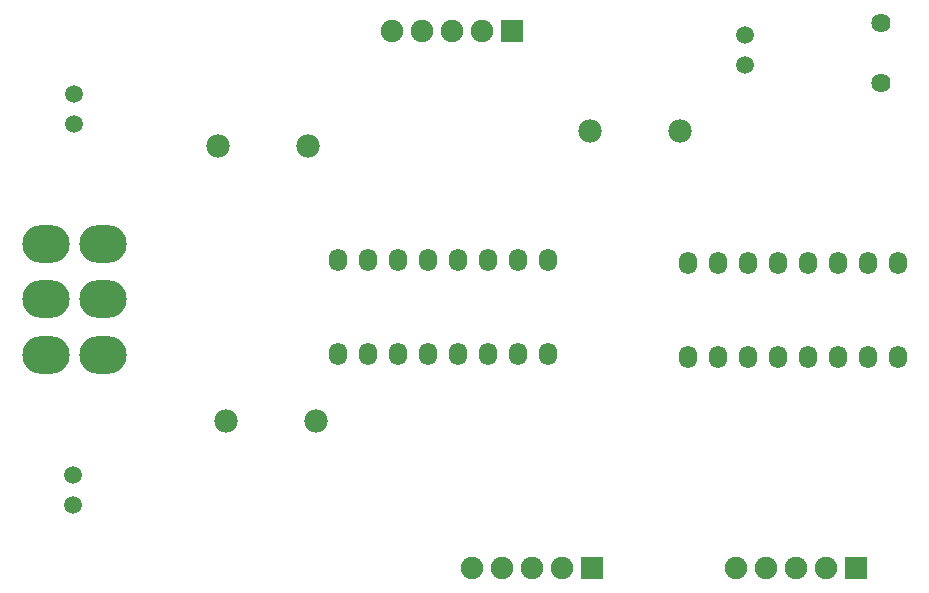
<source format=gbs>
G04 Layer: BottomSolderMaskLayer*
G04 EasyEDA v6.5.42, 2024-06-14 15:22:09*
G04 c9938f0327494006b7a6d6c27fb59d3d,4a14f3a30ed8491299e35303af45cd9c,10*
G04 Gerber Generator version 0.2*
G04 Scale: 100 percent, Rotated: No, Reflected: No *
G04 Dimensions in millimeters *
G04 leading zeros omitted , absolute positions ,4 integer and 5 decimal *
%FSLAX45Y45*%
%MOMM*%

%ADD10C,1.5016*%
%ADD11C,1.9812*%
%ADD12C,1.9016*%
%ADD13R,1.9016X1.9016*%
%ADD14O,1.5416022X1.9015964*%
%ADD15O,4.0132X3.2031940000000003*%
%ADD16C,1.6256*%

%LPD*%
D10*
G01*
X-4635500Y2133600D03*
G01*
X-4635500Y1879600D03*
G01*
X1054100Y5854700D03*
G01*
X1054100Y5600700D03*
G01*
X-4622800Y5359400D03*
G01*
X-4622800Y5105400D03*
D11*
G01*
X-254000Y5041900D03*
G01*
X508000Y5041900D03*
G01*
X-3340100Y2590800D03*
G01*
X-2578100Y2590800D03*
G01*
X-3403600Y4914900D03*
G01*
X-2641600Y4914900D03*
D12*
G01*
X-1257300Y1346200D03*
G01*
X-1003300Y1346200D03*
G01*
X-749300Y1346200D03*
G01*
X-495300Y1346200D03*
D13*
G01*
X-241300Y1346200D03*
D12*
G01*
X977900Y1346200D03*
G01*
X1231900Y1346200D03*
G01*
X1485900Y1346200D03*
G01*
X1739900Y1346200D03*
D13*
G01*
X1993900Y1346200D03*
D12*
G01*
X-1930400Y5892800D03*
G01*
X-1676400Y5892800D03*
G01*
X-1422400Y5892800D03*
G01*
X-1168400Y5892800D03*
D13*
G01*
X-914400Y5892800D03*
D14*
G01*
X571500Y3133597D03*
G01*
X571500Y3927602D03*
G01*
X825500Y3133597D03*
G01*
X825500Y3927602D03*
G01*
X1079500Y3133597D03*
G01*
X1079500Y3927602D03*
G01*
X1333500Y3133597D03*
G01*
X1333500Y3927602D03*
G01*
X1587500Y3133597D03*
G01*
X1587500Y3927602D03*
G01*
X1841500Y3133597D03*
G01*
X1841500Y3927602D03*
G01*
X2095500Y3133597D03*
G01*
X2095500Y3927602D03*
G01*
X2349500Y3133597D03*
G01*
X2349500Y3927602D03*
G01*
X-2387600Y3158997D03*
G01*
X-2387600Y3953002D03*
G01*
X-2133600Y3158997D03*
G01*
X-2133600Y3953002D03*
G01*
X-1879600Y3158997D03*
G01*
X-1879600Y3953002D03*
G01*
X-1625600Y3158997D03*
G01*
X-1625600Y3953002D03*
G01*
X-1371600Y3158997D03*
G01*
X-1371600Y3953002D03*
G01*
X-1117600Y3158997D03*
G01*
X-1117600Y3953002D03*
G01*
X-863600Y3158997D03*
G01*
X-863600Y3953002D03*
G01*
X-609600Y3158997D03*
G01*
X-609600Y3953002D03*
D15*
G01*
X-4864100Y4089400D03*
G01*
X-4384090Y4089400D03*
G01*
X-4862093Y3617391D03*
G01*
X-4384090Y3619398D03*
G01*
X-4863109Y3150412D03*
G01*
X-4384090Y3149396D03*
D16*
G01*
X2209800Y5448300D03*
G01*
X2209800Y5956300D03*
M02*

</source>
